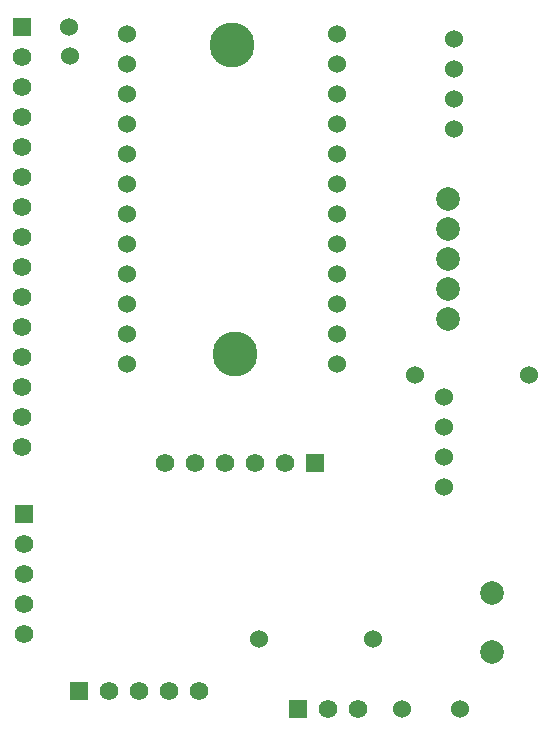
<source format=gtl>
G04 Layer: TopLayer*
G04 EasyEDA v6.5.40, 2025-04-08 18:07:50*
G04 f69cb92f1d464a00b3157a5873f4f14e,9a3801b0f1a945d2957c124233de6e5e,10*
G04 Gerber Generator version 0.2*
G04 Scale: 100 percent, Rotated: No, Reflected: No *
G04 Dimensions in millimeters *
G04 leading zeros omitted , absolute positions ,4 integer and 5 decimal *
%FSLAX45Y45*%
%MOMM*%

%ADD10C,1.5748*%
%ADD11R,1.5748X1.5748*%
%ADD12C,2.0000*%
%ADD13C,1.5240*%
%ADD14C,3.8100*%

%LPD*%
D10*
G01*
X1181100Y-482600D03*
G01*
X1181100Y-228600D03*
G01*
X1181100Y25400D03*
G01*
X1181100Y279400D03*
D11*
G01*
X1181100Y533400D03*
D10*
G01*
X4013200Y-1117600D03*
G01*
X3759200Y-1117600D03*
D11*
G01*
X3505200Y-1117600D03*
D10*
G01*
X2667000Y-965200D03*
G01*
X2413000Y-965200D03*
G01*
X2159000Y-965200D03*
G01*
X1905000Y-965200D03*
D11*
G01*
X1651000Y-965200D03*
D10*
G01*
X1168400Y1104900D03*
G01*
X1168400Y1358900D03*
G01*
X1168400Y1612900D03*
G01*
X1168400Y1866900D03*
G01*
X1168400Y2120900D03*
G01*
X1168400Y2374900D03*
G01*
X1168400Y2628900D03*
G01*
X1168400Y2882900D03*
G01*
X1168400Y3136900D03*
G01*
X1168400Y3390900D03*
G01*
X1168400Y3644900D03*
G01*
X1168400Y3898900D03*
G01*
X1168400Y4152900D03*
G01*
X1168400Y4406900D03*
D11*
G01*
X1168400Y4660900D03*
D12*
G01*
X4771999Y2949600D03*
G01*
X4771999Y2695600D03*
G01*
X4771999Y2441600D03*
G01*
X4771999Y2187600D03*
G01*
X4771999Y3203600D03*
D13*
G01*
X4737100Y1524000D03*
G01*
X4737100Y1270000D03*
G01*
X4737100Y1016000D03*
G01*
X4737100Y762000D03*
D12*
G01*
X5143500Y-631444D03*
G01*
X5143500Y-130555D03*
D10*
G01*
X2374925Y965200D03*
G01*
X2628925Y965200D03*
G01*
X2882925Y965200D03*
G01*
X3136925Y965200D03*
G01*
X3390925Y965200D03*
D11*
G01*
X3644900Y965200D03*
D13*
G01*
X4826000Y3797300D03*
G01*
X4826000Y4051300D03*
G01*
X4826000Y4305300D03*
G01*
X4826000Y4559300D03*
G01*
X2057400Y4597400D03*
G01*
X2057400Y4343400D03*
G01*
X2057400Y4089400D03*
G01*
X2057400Y3835400D03*
G01*
X2057400Y3581400D03*
G01*
X2057400Y3327400D03*
G01*
X2057400Y3073400D03*
G01*
X2057400Y2819400D03*
G01*
X2057400Y2565400D03*
G01*
X2057400Y2311400D03*
G01*
X2057400Y2057400D03*
G01*
X2057400Y1803400D03*
G01*
X3835400Y1803400D03*
G01*
X3835400Y2057400D03*
G01*
X3835400Y2311400D03*
G01*
X3835400Y2565400D03*
G01*
X3835400Y2819400D03*
G01*
X3835400Y3073400D03*
G01*
X3835400Y3327400D03*
G01*
X3835400Y3581400D03*
G01*
X3835400Y3835400D03*
G01*
X3835400Y4089400D03*
G01*
X3835400Y4343400D03*
G01*
X3835400Y4597400D03*
D14*
G01*
X2946400Y4508500D03*
G01*
X2971800Y1892300D03*
D13*
G01*
X4876800Y-1117600D03*
G01*
X4381500Y-1117600D03*
G01*
X4495800Y1714500D03*
G01*
X5461000Y1714500D03*
G01*
X3175000Y-520700D03*
G01*
X4140200Y-520700D03*
G01*
X1566699Y4660900D03*
G01*
X1573095Y4413643D03*
M02*

</source>
